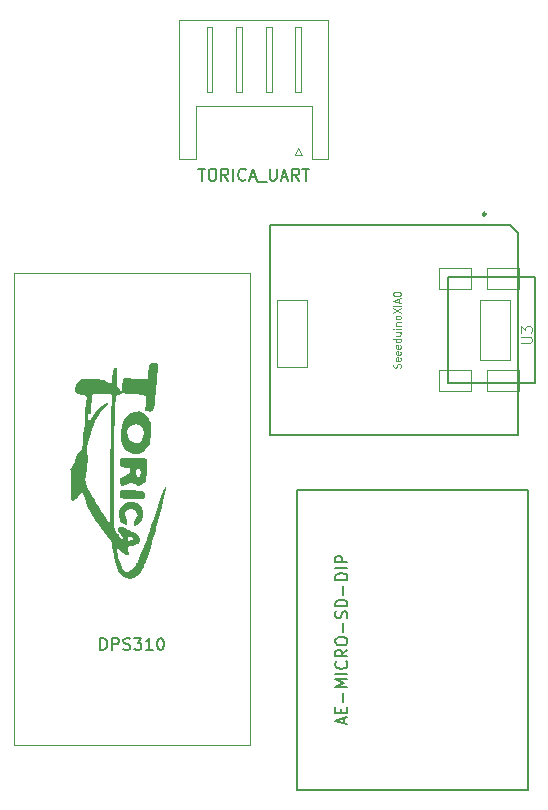
<source format=gbr>
%TF.GenerationSoftware,KiCad,Pcbnew,(6.0.7)*%
%TF.CreationDate,2023-03-01T00:46:33+09:00*%
%TF.ProjectId,Underside,556e6465-7273-4696-9465-2e6b69636164,rev?*%
%TF.SameCoordinates,Original*%
%TF.FileFunction,Legend,Top*%
%TF.FilePolarity,Positive*%
%FSLAX46Y46*%
G04 Gerber Fmt 4.6, Leading zero omitted, Abs format (unit mm)*
G04 Created by KiCad (PCBNEW (6.0.7)) date 2023-03-01 00:46:33*
%MOMM*%
%LPD*%
G01*
G04 APERTURE LIST*
%ADD10C,0.150000*%
%ADD11C,0.101600*%
%ADD12C,0.076200*%
%ADD13C,0.120000*%
%ADD14C,0.200000*%
%ADD15C,0.066040*%
%ADD16C,0.127000*%
%ADD17C,0.254000*%
G04 APERTURE END LIST*
D10*
%TO.C,TORICA-UART1*%
X102829523Y-57932380D02*
X103400952Y-57932380D01*
X103115238Y-58932380D02*
X103115238Y-57932380D01*
X103924761Y-57932380D02*
X104115238Y-57932380D01*
X104210476Y-57980000D01*
X104305714Y-58075238D01*
X104353333Y-58265714D01*
X104353333Y-58599047D01*
X104305714Y-58789523D01*
X104210476Y-58884761D01*
X104115238Y-58932380D01*
X103924761Y-58932380D01*
X103829523Y-58884761D01*
X103734285Y-58789523D01*
X103686666Y-58599047D01*
X103686666Y-58265714D01*
X103734285Y-58075238D01*
X103829523Y-57980000D01*
X103924761Y-57932380D01*
X105353333Y-58932380D02*
X105020000Y-58456190D01*
X104781904Y-58932380D02*
X104781904Y-57932380D01*
X105162857Y-57932380D01*
X105258095Y-57980000D01*
X105305714Y-58027619D01*
X105353333Y-58122857D01*
X105353333Y-58265714D01*
X105305714Y-58360952D01*
X105258095Y-58408571D01*
X105162857Y-58456190D01*
X104781904Y-58456190D01*
X105781904Y-58932380D02*
X105781904Y-57932380D01*
X106829523Y-58837142D02*
X106781904Y-58884761D01*
X106639047Y-58932380D01*
X106543809Y-58932380D01*
X106400952Y-58884761D01*
X106305714Y-58789523D01*
X106258095Y-58694285D01*
X106210476Y-58503809D01*
X106210476Y-58360952D01*
X106258095Y-58170476D01*
X106305714Y-58075238D01*
X106400952Y-57980000D01*
X106543809Y-57932380D01*
X106639047Y-57932380D01*
X106781904Y-57980000D01*
X106829523Y-58027619D01*
X107210476Y-58646666D02*
X107686666Y-58646666D01*
X107115238Y-58932380D02*
X107448571Y-57932380D01*
X107781904Y-58932380D01*
X107877142Y-59027619D02*
X108639047Y-59027619D01*
X108877142Y-57932380D02*
X108877142Y-58741904D01*
X108924761Y-58837142D01*
X108972380Y-58884761D01*
X109067619Y-58932380D01*
X109258095Y-58932380D01*
X109353333Y-58884761D01*
X109400952Y-58837142D01*
X109448571Y-58741904D01*
X109448571Y-57932380D01*
X109877142Y-58646666D02*
X110353333Y-58646666D01*
X109781904Y-58932380D02*
X110115238Y-57932380D01*
X110448571Y-58932380D01*
X111353333Y-58932380D02*
X111020000Y-58456190D01*
X110781904Y-58932380D02*
X110781904Y-57932380D01*
X111162857Y-57932380D01*
X111258095Y-57980000D01*
X111305714Y-58027619D01*
X111353333Y-58122857D01*
X111353333Y-58265714D01*
X111305714Y-58360952D01*
X111258095Y-58408571D01*
X111162857Y-58456190D01*
X110781904Y-58456190D01*
X111639047Y-57932380D02*
X112210476Y-57932380D01*
X111924761Y-58932380D02*
X111924761Y-57932380D01*
%TO.C,J1*%
X115146666Y-104885238D02*
X115146666Y-104409047D01*
X115432380Y-104980476D02*
X114432380Y-104647142D01*
X115432380Y-104313809D01*
X114908571Y-103980476D02*
X114908571Y-103647142D01*
X115432380Y-103504285D02*
X115432380Y-103980476D01*
X114432380Y-103980476D01*
X114432380Y-103504285D01*
X115051428Y-103075714D02*
X115051428Y-102313809D01*
X115432380Y-101837619D02*
X114432380Y-101837619D01*
X115146666Y-101504285D01*
X114432380Y-101170952D01*
X115432380Y-101170952D01*
X115432380Y-100694761D02*
X114432380Y-100694761D01*
X115337142Y-99647142D02*
X115384761Y-99694761D01*
X115432380Y-99837619D01*
X115432380Y-99932857D01*
X115384761Y-100075714D01*
X115289523Y-100170952D01*
X115194285Y-100218571D01*
X115003809Y-100266190D01*
X114860952Y-100266190D01*
X114670476Y-100218571D01*
X114575238Y-100170952D01*
X114480000Y-100075714D01*
X114432380Y-99932857D01*
X114432380Y-99837619D01*
X114480000Y-99694761D01*
X114527619Y-99647142D01*
X115432380Y-98647142D02*
X114956190Y-98980476D01*
X115432380Y-99218571D02*
X114432380Y-99218571D01*
X114432380Y-98837619D01*
X114480000Y-98742380D01*
X114527619Y-98694761D01*
X114622857Y-98647142D01*
X114765714Y-98647142D01*
X114860952Y-98694761D01*
X114908571Y-98742380D01*
X114956190Y-98837619D01*
X114956190Y-99218571D01*
X114432380Y-98028095D02*
X114432380Y-97837619D01*
X114480000Y-97742380D01*
X114575238Y-97647142D01*
X114765714Y-97599523D01*
X115099047Y-97599523D01*
X115289523Y-97647142D01*
X115384761Y-97742380D01*
X115432380Y-97837619D01*
X115432380Y-98028095D01*
X115384761Y-98123333D01*
X115289523Y-98218571D01*
X115099047Y-98266190D01*
X114765714Y-98266190D01*
X114575238Y-98218571D01*
X114480000Y-98123333D01*
X114432380Y-98028095D01*
X115051428Y-97170952D02*
X115051428Y-96409047D01*
X115384761Y-95980476D02*
X115432380Y-95837619D01*
X115432380Y-95599523D01*
X115384761Y-95504285D01*
X115337142Y-95456666D01*
X115241904Y-95409047D01*
X115146666Y-95409047D01*
X115051428Y-95456666D01*
X115003809Y-95504285D01*
X114956190Y-95599523D01*
X114908571Y-95790000D01*
X114860952Y-95885238D01*
X114813333Y-95932857D01*
X114718095Y-95980476D01*
X114622857Y-95980476D01*
X114527619Y-95932857D01*
X114480000Y-95885238D01*
X114432380Y-95790000D01*
X114432380Y-95551904D01*
X114480000Y-95409047D01*
X115432380Y-94980476D02*
X114432380Y-94980476D01*
X114432380Y-94742380D01*
X114480000Y-94599523D01*
X114575238Y-94504285D01*
X114670476Y-94456666D01*
X114860952Y-94409047D01*
X115003809Y-94409047D01*
X115194285Y-94456666D01*
X115289523Y-94504285D01*
X115384761Y-94599523D01*
X115432380Y-94742380D01*
X115432380Y-94980476D01*
X115051428Y-93980476D02*
X115051428Y-93218571D01*
X115432380Y-92742380D02*
X114432380Y-92742380D01*
X114432380Y-92504285D01*
X114480000Y-92361428D01*
X114575238Y-92266190D01*
X114670476Y-92218571D01*
X114860952Y-92170952D01*
X115003809Y-92170952D01*
X115194285Y-92218571D01*
X115289523Y-92266190D01*
X115384761Y-92361428D01*
X115432380Y-92504285D01*
X115432380Y-92742380D01*
X115432380Y-91742380D02*
X114432380Y-91742380D01*
X115432380Y-91266190D02*
X114432380Y-91266190D01*
X114432380Y-90885238D01*
X114480000Y-90790000D01*
X114527619Y-90742380D01*
X114622857Y-90694761D01*
X114765714Y-90694761D01*
X114860952Y-90742380D01*
X114908571Y-90790000D01*
X114956190Y-90885238D01*
X114956190Y-91266190D01*
%TO.C,U1*%
X94533333Y-98662380D02*
X94533333Y-97662380D01*
X94771428Y-97662380D01*
X94914285Y-97710000D01*
X95009523Y-97805238D01*
X95057142Y-97900476D01*
X95104761Y-98090952D01*
X95104761Y-98233809D01*
X95057142Y-98424285D01*
X95009523Y-98519523D01*
X94914285Y-98614761D01*
X94771428Y-98662380D01*
X94533333Y-98662380D01*
X95533333Y-98662380D02*
X95533333Y-97662380D01*
X95914285Y-97662380D01*
X96009523Y-97710000D01*
X96057142Y-97757619D01*
X96104761Y-97852857D01*
X96104761Y-97995714D01*
X96057142Y-98090952D01*
X96009523Y-98138571D01*
X95914285Y-98186190D01*
X95533333Y-98186190D01*
X96485714Y-98614761D02*
X96628571Y-98662380D01*
X96866666Y-98662380D01*
X96961904Y-98614761D01*
X97009523Y-98567142D01*
X97057142Y-98471904D01*
X97057142Y-98376666D01*
X97009523Y-98281428D01*
X96961904Y-98233809D01*
X96866666Y-98186190D01*
X96676190Y-98138571D01*
X96580952Y-98090952D01*
X96533333Y-98043333D01*
X96485714Y-97948095D01*
X96485714Y-97852857D01*
X96533333Y-97757619D01*
X96580952Y-97710000D01*
X96676190Y-97662380D01*
X96914285Y-97662380D01*
X97057142Y-97710000D01*
X97390476Y-97662380D02*
X98009523Y-97662380D01*
X97676190Y-98043333D01*
X97819047Y-98043333D01*
X97914285Y-98090952D01*
X97961904Y-98138571D01*
X98009523Y-98233809D01*
X98009523Y-98471904D01*
X97961904Y-98567142D01*
X97914285Y-98614761D01*
X97819047Y-98662380D01*
X97533333Y-98662380D01*
X97438095Y-98614761D01*
X97390476Y-98567142D01*
X98961904Y-98662380D02*
X98390476Y-98662380D01*
X98676190Y-98662380D02*
X98676190Y-97662380D01*
X98580952Y-97805238D01*
X98485714Y-97900476D01*
X98390476Y-97948095D01*
X99580952Y-97662380D02*
X99676190Y-97662380D01*
X99771428Y-97710000D01*
X99819047Y-97757619D01*
X99866666Y-97852857D01*
X99914285Y-98043333D01*
X99914285Y-98281428D01*
X99866666Y-98471904D01*
X99819047Y-98567142D01*
X99771428Y-98614761D01*
X99676190Y-98662380D01*
X99580952Y-98662380D01*
X99485714Y-98614761D01*
X99438095Y-98567142D01*
X99390476Y-98471904D01*
X99342857Y-98281428D01*
X99342857Y-98043333D01*
X99390476Y-97852857D01*
X99438095Y-97757619D01*
X99485714Y-97710000D01*
X99580952Y-97662380D01*
D11*
%TO.C,U3*%
X130175866Y-72678733D02*
X130895533Y-72678733D01*
X130980200Y-72636400D01*
X131022533Y-72594066D01*
X131064866Y-72509400D01*
X131064866Y-72340066D01*
X131022533Y-72255400D01*
X130980200Y-72213066D01*
X130895533Y-72170733D01*
X130175866Y-72170733D01*
X130175866Y-71832066D02*
X130175866Y-71281733D01*
X130514533Y-71578066D01*
X130514533Y-71451066D01*
X130556866Y-71366400D01*
X130599200Y-71324066D01*
X130683866Y-71281733D01*
X130895533Y-71281733D01*
X130980200Y-71324066D01*
X131022533Y-71366400D01*
X131064866Y-71451066D01*
X131064866Y-71705066D01*
X131022533Y-71789733D01*
X130980200Y-71832066D01*
D12*
X119923942Y-74779071D02*
X119952971Y-74691985D01*
X119952971Y-74546842D01*
X119923942Y-74488785D01*
X119894914Y-74459757D01*
X119836857Y-74430728D01*
X119778800Y-74430728D01*
X119720742Y-74459757D01*
X119691714Y-74488785D01*
X119662685Y-74546842D01*
X119633657Y-74662957D01*
X119604628Y-74721014D01*
X119575600Y-74750042D01*
X119517542Y-74779071D01*
X119459485Y-74779071D01*
X119401428Y-74750042D01*
X119372400Y-74721014D01*
X119343371Y-74662957D01*
X119343371Y-74517814D01*
X119372400Y-74430728D01*
X119923942Y-73937242D02*
X119952971Y-73995300D01*
X119952971Y-74111414D01*
X119923942Y-74169471D01*
X119865885Y-74198500D01*
X119633657Y-74198500D01*
X119575600Y-74169471D01*
X119546571Y-74111414D01*
X119546571Y-73995300D01*
X119575600Y-73937242D01*
X119633657Y-73908214D01*
X119691714Y-73908214D01*
X119749771Y-74198500D01*
X119923942Y-73414728D02*
X119952971Y-73472785D01*
X119952971Y-73588900D01*
X119923942Y-73646957D01*
X119865885Y-73675985D01*
X119633657Y-73675985D01*
X119575600Y-73646957D01*
X119546571Y-73588900D01*
X119546571Y-73472785D01*
X119575600Y-73414728D01*
X119633657Y-73385700D01*
X119691714Y-73385700D01*
X119749771Y-73675985D01*
X119923942Y-72892214D02*
X119952971Y-72950271D01*
X119952971Y-73066385D01*
X119923942Y-73124442D01*
X119865885Y-73153471D01*
X119633657Y-73153471D01*
X119575600Y-73124442D01*
X119546571Y-73066385D01*
X119546571Y-72950271D01*
X119575600Y-72892214D01*
X119633657Y-72863185D01*
X119691714Y-72863185D01*
X119749771Y-73153471D01*
X119952971Y-72340671D02*
X119343371Y-72340671D01*
X119923942Y-72340671D02*
X119952971Y-72398728D01*
X119952971Y-72514842D01*
X119923942Y-72572900D01*
X119894914Y-72601928D01*
X119836857Y-72630957D01*
X119662685Y-72630957D01*
X119604628Y-72601928D01*
X119575600Y-72572900D01*
X119546571Y-72514842D01*
X119546571Y-72398728D01*
X119575600Y-72340671D01*
X119546571Y-71789128D02*
X119952971Y-71789128D01*
X119546571Y-72050385D02*
X119865885Y-72050385D01*
X119923942Y-72021357D01*
X119952971Y-71963300D01*
X119952971Y-71876214D01*
X119923942Y-71818157D01*
X119894914Y-71789128D01*
X119952971Y-71498842D02*
X119546571Y-71498842D01*
X119343371Y-71498842D02*
X119372400Y-71527871D01*
X119401428Y-71498842D01*
X119372400Y-71469814D01*
X119343371Y-71498842D01*
X119401428Y-71498842D01*
X119546571Y-71208557D02*
X119952971Y-71208557D01*
X119604628Y-71208557D02*
X119575600Y-71179528D01*
X119546571Y-71121471D01*
X119546571Y-71034385D01*
X119575600Y-70976328D01*
X119633657Y-70947300D01*
X119952971Y-70947300D01*
X119952971Y-70569928D02*
X119923942Y-70627985D01*
X119894914Y-70657014D01*
X119836857Y-70686042D01*
X119662685Y-70686042D01*
X119604628Y-70657014D01*
X119575600Y-70627985D01*
X119546571Y-70569928D01*
X119546571Y-70482842D01*
X119575600Y-70424785D01*
X119604628Y-70395757D01*
X119662685Y-70366728D01*
X119836857Y-70366728D01*
X119894914Y-70395757D01*
X119923942Y-70424785D01*
X119952971Y-70482842D01*
X119952971Y-70569928D01*
X119343371Y-70163528D02*
X119952971Y-69757128D01*
X119343371Y-69757128D02*
X119952971Y-70163528D01*
X119952971Y-69524900D02*
X119343371Y-69524900D01*
X119778800Y-69263642D02*
X119778800Y-68973357D01*
X119952971Y-69321700D02*
X119343371Y-69118500D01*
X119952971Y-68915300D01*
X119343371Y-68595985D02*
X119343371Y-68479871D01*
X119372400Y-68421814D01*
X119430457Y-68363757D01*
X119546571Y-68334728D01*
X119749771Y-68334728D01*
X119865885Y-68363757D01*
X119923942Y-68421814D01*
X119952971Y-68479871D01*
X119952971Y-68595985D01*
X119923942Y-68654042D01*
X119865885Y-68712100D01*
X119749771Y-68741128D01*
X119546571Y-68741128D01*
X119430457Y-68712100D01*
X119372400Y-68654042D01*
X119343371Y-68595985D01*
D13*
%TO.C,TORICA-UART1*%
X111520000Y-51470000D02*
X111520000Y-45970000D01*
X111520000Y-45970000D02*
X111020000Y-45970000D01*
X108520000Y-51470000D02*
X109020000Y-51470000D01*
X101210000Y-57080000D02*
X102630000Y-57080000D01*
X113830000Y-45360000D02*
X113830000Y-57080000D01*
X113830000Y-57080000D02*
X112410000Y-57080000D01*
X103520000Y-51470000D02*
X104020000Y-51470000D01*
X112410000Y-52580000D02*
X107520000Y-52580000D01*
X102630000Y-57080000D02*
X102630000Y-52580000D01*
X101210000Y-45360000D02*
X101210000Y-57080000D01*
X111570000Y-56770000D02*
X110970000Y-56770000D01*
X104020000Y-51470000D02*
X104020000Y-45970000D01*
X106520000Y-45970000D02*
X106020000Y-45970000D01*
X111020000Y-51470000D02*
X111520000Y-51470000D01*
X110970000Y-56770000D02*
X111270000Y-56170000D01*
X106020000Y-45970000D02*
X106020000Y-51470000D01*
X107520000Y-45360000D02*
X101210000Y-45360000D01*
X102630000Y-52580000D02*
X107520000Y-52580000D01*
X106520000Y-51470000D02*
X106520000Y-45970000D01*
X104020000Y-45970000D02*
X103520000Y-45970000D01*
X107520000Y-45360000D02*
X113830000Y-45360000D01*
X111270000Y-56170000D02*
X111570000Y-56770000D01*
X112410000Y-57080000D02*
X112410000Y-52580000D01*
X108520000Y-45970000D02*
X108520000Y-51470000D01*
X109020000Y-51470000D02*
X109020000Y-45970000D01*
X106020000Y-51470000D02*
X106520000Y-51470000D01*
X111020000Y-45970000D02*
X111020000Y-51470000D01*
X109020000Y-45970000D02*
X108520000Y-45970000D01*
X103520000Y-45970000D02*
X103520000Y-51470000D01*
D14*
%TO.C,J1*%
X130730000Y-85090000D02*
X111170000Y-85090000D01*
X111170000Y-85090000D02*
X111170000Y-110490000D01*
X111170000Y-110490000D02*
X130730000Y-110490000D01*
X130730000Y-110490000D02*
X130730000Y-85090000D01*
D13*
%TO.C,U1*%
X107200000Y-106680000D02*
X87197927Y-106680000D01*
X87197927Y-106680000D02*
X87197927Y-66730000D01*
X87197927Y-66730000D02*
X107200000Y-66730000D01*
X107200000Y-66730000D02*
X107200000Y-106680000D01*
D15*
%TO.C,U3*%
X109517200Y-74731900D02*
X112057200Y-74731900D01*
X123230660Y-68127900D02*
X125900200Y-68127900D01*
X127297200Y-76763900D02*
X129964200Y-76763900D01*
D16*
X129880380Y-63337460D02*
X129209820Y-62666900D01*
D15*
X123230660Y-76763900D02*
X125900200Y-76763900D01*
X126662200Y-74096900D02*
X129202200Y-74096900D01*
X127297200Y-66349900D02*
X129964200Y-66349900D01*
D16*
X108882200Y-80464680D02*
X129880380Y-80464680D01*
X131305320Y-76060320D02*
X123952020Y-76060320D01*
D15*
X127297200Y-74985900D02*
X129964200Y-74985900D01*
X123230660Y-66349900D02*
X123230660Y-68127900D01*
D16*
X108882200Y-62666900D02*
X108882200Y-80464680D01*
D15*
X129964200Y-74985900D02*
X129964200Y-76763900D01*
X129964200Y-66349900D02*
X129964200Y-68127900D01*
X126662200Y-69016900D02*
X126662200Y-74096900D01*
X126662200Y-69016900D02*
X129202200Y-69016900D01*
X109517200Y-69016900D02*
X112057200Y-69016900D01*
X109517200Y-69016900D02*
X109517200Y-74731900D01*
X123230660Y-74985900D02*
X125900200Y-74985900D01*
X127297200Y-66349900D02*
X127297200Y-68127900D01*
X127297200Y-68127900D02*
X129964200Y-68127900D01*
D16*
X131305320Y-67066180D02*
X131305320Y-76060320D01*
D15*
X129202200Y-69016900D02*
X129202200Y-74096900D01*
D16*
X123952020Y-67061100D02*
X131305320Y-67061100D01*
X123952020Y-76060320D02*
X123952020Y-67061100D01*
D15*
X125900200Y-66349900D02*
X125900200Y-68127900D01*
D16*
X129880380Y-80464680D02*
X129880380Y-63337460D01*
D15*
X127297200Y-74985900D02*
X127297200Y-76763900D01*
D16*
X129209820Y-62666900D02*
X108882200Y-62666900D01*
D15*
X123230660Y-74985900D02*
X123230660Y-76763900D01*
X123230660Y-66349900D02*
X125900200Y-66349900D01*
X112057200Y-69016900D02*
X112057200Y-74731900D01*
X125900200Y-74985900D02*
X125900200Y-76763900D01*
D17*
X127170200Y-61777900D02*
G75*
G03*
X127170200Y-61777900I-127000J0D01*
G01*
%TO.C,G\u002A\u002A\u002A*%
G36*
X96821815Y-85136622D02*
G01*
X97127706Y-85146685D01*
X97443435Y-85161682D01*
X97737959Y-85180297D01*
X97980236Y-85201217D01*
X98139225Y-85223129D01*
X98164259Y-85229167D01*
X98250164Y-85302707D01*
X98280408Y-85472294D01*
X98280823Y-85511168D01*
X98274276Y-85684559D01*
X98242023Y-85802731D01*
X98162600Y-85875785D01*
X98014541Y-85913820D01*
X97776380Y-85926933D01*
X97426651Y-85925225D01*
X97401494Y-85924869D01*
X97070391Y-85914640D01*
X96768039Y-85895449D01*
X96532213Y-85870251D01*
X96417169Y-85847855D01*
X96280243Y-85794516D01*
X96217014Y-85714474D01*
X96199384Y-85561506D01*
X96198783Y-85488596D01*
X96214591Y-85299084D01*
X96254308Y-85171010D01*
X96273585Y-85149161D01*
X96363713Y-85136546D01*
X96556804Y-85132804D01*
X96821815Y-85136622D01*
G37*
G36*
X97798028Y-78480597D02*
G01*
X97980579Y-78523488D01*
X98176627Y-78632068D01*
X98193982Y-78643420D01*
X98440325Y-78860545D01*
X98645847Y-79141890D01*
X98656303Y-79160713D01*
X98732328Y-79307190D01*
X98782093Y-79435229D01*
X98809753Y-79576798D01*
X98819465Y-79763869D01*
X98815385Y-80028409D01*
X98805370Y-80307338D01*
X98789558Y-80658830D01*
X98769821Y-80908045D01*
X98739698Y-81087070D01*
X98692728Y-81227998D01*
X98622451Y-81362916D01*
X98578234Y-81435457D01*
X98348527Y-81746288D01*
X98106907Y-81944720D01*
X97824280Y-82051641D01*
X97688902Y-82073984D01*
X97281069Y-82065364D01*
X96933664Y-81941035D01*
X96652788Y-81708210D01*
X96444544Y-81374104D01*
X96315035Y-80945929D01*
X96270364Y-80430900D01*
X96270514Y-80397413D01*
X96279375Y-80221718D01*
X96815940Y-80221718D01*
X96829455Y-80518080D01*
X96866575Y-80640790D01*
X96958841Y-80799141D01*
X97100639Y-80966085D01*
X97118559Y-80983313D01*
X97273712Y-81099752D01*
X97441626Y-81142947D01*
X97607665Y-81141085D01*
X97814116Y-81111994D01*
X97948216Y-81035680D01*
X98061236Y-80893793D01*
X98179871Y-80613496D01*
X98214968Y-80287009D01*
X98161570Y-79977163D01*
X98138150Y-79918992D01*
X98026144Y-79777031D01*
X97854104Y-79653157D01*
X97832619Y-79642400D01*
X97550007Y-79570454D01*
X97287446Y-79612656D01*
X97064523Y-79748763D01*
X96900825Y-79958531D01*
X96815940Y-80221718D01*
X96279375Y-80221718D01*
X96285668Y-80096939D01*
X96320619Y-79797666D01*
X96361543Y-79590959D01*
X96526299Y-79190671D01*
X96775793Y-78863016D01*
X97090157Y-78626369D01*
X97449521Y-78499109D01*
X97550007Y-78486339D01*
X97556711Y-78485487D01*
X97798028Y-78480597D01*
G37*
G36*
X98260797Y-82462539D02*
G01*
X98381753Y-82490786D01*
X98451091Y-82528235D01*
X98488194Y-82575709D01*
X98510675Y-82695957D01*
X98516197Y-82915049D01*
X98507335Y-83198865D01*
X98486666Y-83513282D01*
X98456763Y-83824182D01*
X98420202Y-84097443D01*
X98379557Y-84298945D01*
X98352418Y-84374814D01*
X98204781Y-84559236D01*
X98001492Y-84707044D01*
X97796195Y-84781429D01*
X97755700Y-84784286D01*
X97592875Y-84738757D01*
X97420747Y-84627296D01*
X97400457Y-84608775D01*
X97217263Y-84433264D01*
X96859214Y-84604943D01*
X96580902Y-84732901D01*
X96399389Y-84793249D01*
X96292671Y-84781208D01*
X96238747Y-84691999D01*
X96215614Y-84520841D01*
X96212045Y-84464354D01*
X96207746Y-84249962D01*
X96232498Y-84133610D01*
X96295309Y-84080453D01*
X96312838Y-84074455D01*
X96445318Y-84023431D01*
X96636891Y-83937579D01*
X96719550Y-83897880D01*
X96894730Y-83801383D01*
X96978441Y-83708716D01*
X96998005Y-83604603D01*
X97549017Y-83604603D01*
X97572615Y-83798405D01*
X97643808Y-83956128D01*
X97695802Y-84004691D01*
X97819664Y-84030182D01*
X97902111Y-83929974D01*
X97941513Y-83706735D01*
X97944844Y-83597160D01*
X97919630Y-83380393D01*
X97838568Y-83283172D01*
X97696592Y-83300615D01*
X97656639Y-83319378D01*
X97576022Y-83427376D01*
X97549017Y-83604603D01*
X96998005Y-83604603D01*
X97003858Y-83573454D01*
X97005132Y-83498228D01*
X97005132Y-83238783D01*
X96682593Y-83238783D01*
X96474977Y-83222886D01*
X96319192Y-83182631D01*
X96279418Y-83158148D01*
X96230402Y-83045062D01*
X96204667Y-82860901D01*
X96202803Y-82656927D01*
X96225398Y-82484402D01*
X96270655Y-82395946D01*
X96359716Y-82383616D01*
X96557973Y-82378872D01*
X96840450Y-82381617D01*
X97182170Y-82391754D01*
X97381429Y-82400217D01*
X97781314Y-82420533D01*
X97838568Y-82424470D01*
X98067544Y-82440215D01*
X98260797Y-82462539D01*
G37*
G36*
X97363698Y-86110126D02*
G01*
X97660086Y-86210090D01*
X97891482Y-86407458D01*
X98050165Y-86678055D01*
X98128412Y-86997709D01*
X98118501Y-87342244D01*
X98012710Y-87687486D01*
X97920734Y-87853915D01*
X97790322Y-88002478D01*
X97630083Y-88118127D01*
X97479870Y-88178212D01*
X97380422Y-88160986D01*
X97335335Y-88033370D01*
X97351888Y-87842821D01*
X97420197Y-87640187D01*
X97509019Y-87499367D01*
X97617692Y-87359918D01*
X97674577Y-87261391D01*
X97677008Y-87249312D01*
X97636280Y-87119826D01*
X97539692Y-86958465D01*
X97426052Y-86828742D01*
X97414130Y-86819095D01*
X97229579Y-86745041D01*
X97004996Y-86740875D01*
X96802406Y-86802231D01*
X96717685Y-86868122D01*
X96626783Y-87047689D01*
X96607801Y-87252866D01*
X96662161Y-87426205D01*
X96702752Y-87472116D01*
X96772977Y-87599850D01*
X96801503Y-87790689D01*
X96782886Y-87978332D01*
X96750694Y-88055970D01*
X96658423Y-88095536D01*
X96517569Y-88050084D01*
X96362169Y-87940588D01*
X96226264Y-87788022D01*
X96176164Y-87701946D01*
X96084245Y-87365837D01*
X96096028Y-86991405D01*
X96158911Y-86752506D01*
X96336449Y-86445616D01*
X96603723Y-86230053D01*
X96944525Y-86114460D01*
X97342647Y-86107479D01*
X97363698Y-86110126D01*
G37*
G36*
X97240318Y-88650435D02*
G01*
X97538168Y-88799630D01*
X97727574Y-88933444D01*
X97829875Y-89071382D01*
X97865670Y-89222076D01*
X97857561Y-89489788D01*
X97785703Y-89646916D01*
X97676528Y-89689577D01*
X97551768Y-89718572D01*
X97512714Y-89750925D01*
X97427116Y-89801063D01*
X97263568Y-89847226D01*
X97221792Y-89855019D01*
X96981892Y-89906305D01*
X96858435Y-89970665D01*
X96833641Y-90067956D01*
X96889734Y-90218035D01*
X96892253Y-90223104D01*
X96963920Y-90436980D01*
X96940768Y-90573509D01*
X96841124Y-90627861D01*
X96683313Y-90595209D01*
X96485661Y-90470727D01*
X96366773Y-90361534D01*
X96160955Y-90172936D01*
X96022418Y-90096512D01*
X95952961Y-90132487D01*
X95954387Y-90281083D01*
X95960399Y-90311137D01*
X96002910Y-90530657D01*
X96043518Y-90774197D01*
X96046910Y-90796921D01*
X96116732Y-91091970D01*
X96234764Y-91423158D01*
X96377298Y-91731190D01*
X96500314Y-91930929D01*
X96636614Y-92055564D01*
X96779517Y-92108601D01*
X96781944Y-92108624D01*
X96906143Y-92061980D01*
X97076340Y-91943130D01*
X97258420Y-91783694D01*
X97418270Y-91615295D01*
X97521776Y-91469554D01*
X97542699Y-91403453D01*
X97578862Y-91313785D01*
X97609894Y-91302275D01*
X97673975Y-91250228D01*
X97677090Y-91227887D01*
X97703728Y-91133797D01*
X97773901Y-90955434D01*
X97872996Y-90729686D01*
X97883381Y-90707120D01*
X97994475Y-90466652D01*
X98090136Y-90259447D01*
X98150248Y-90129078D01*
X98151503Y-90126349D01*
X98218830Y-89962229D01*
X98317928Y-89697866D01*
X98439119Y-89360858D01*
X98572726Y-88978804D01*
X98709073Y-88579301D01*
X98838480Y-88189947D01*
X98929061Y-87908889D01*
X99028007Y-87603377D01*
X99118242Y-87337385D01*
X99189010Y-87141863D01*
X99226436Y-87053054D01*
X99281700Y-86883950D01*
X99289789Y-86805036D01*
X99314964Y-86679771D01*
X99345501Y-86639266D01*
X99389406Y-86559885D01*
X99446101Y-86389447D01*
X99491170Y-86215327D01*
X99547121Y-85994508D01*
X99598985Y-85825428D01*
X99627780Y-85758624D01*
X99676002Y-85648643D01*
X99722477Y-85489841D01*
X99792213Y-85259418D01*
X99876988Y-85064757D01*
X99963152Y-84924890D01*
X100037056Y-84858853D01*
X100085051Y-84885679D01*
X100095924Y-84969074D01*
X100078578Y-85099079D01*
X100029339Y-85342938D01*
X99952039Y-85684950D01*
X99850509Y-86109412D01*
X99728580Y-86600621D01*
X99590085Y-87142877D01*
X99438853Y-87720476D01*
X99280250Y-88312063D01*
X99204274Y-88593069D01*
X99131489Y-88863860D01*
X99081528Y-89051217D01*
X98940015Y-89563629D01*
X98790279Y-90066361D01*
X98641268Y-90531875D01*
X98501931Y-90932634D01*
X98381215Y-91241099D01*
X98340517Y-91331695D01*
X98262971Y-91508678D01*
X98218660Y-91636840D01*
X98214656Y-91661568D01*
X98176751Y-91745229D01*
X98077696Y-91899968D01*
X97948342Y-92079566D01*
X97662116Y-92394970D01*
X97371563Y-92579954D01*
X97063975Y-92638229D01*
X96726642Y-92573505D01*
X96534762Y-92492230D01*
X96338997Y-92368711D01*
X96172555Y-92196894D01*
X96029236Y-91961986D01*
X95902836Y-91649196D01*
X95787155Y-91243730D01*
X95675990Y-90730798D01*
X95585128Y-90227143D01*
X95542605Y-89962373D01*
X95510071Y-89734236D01*
X95493962Y-89588214D01*
X95493490Y-89579599D01*
X95448686Y-89441843D01*
X95343197Y-89263256D01*
X95288625Y-89190611D01*
X95121976Y-88983061D01*
X94935468Y-88748553D01*
X94867313Y-88662229D01*
X94720738Y-88476788D01*
X94594775Y-88318726D01*
X94548133Y-88260898D01*
X94470983Y-88139524D01*
X94451693Y-88076110D01*
X94410880Y-88011399D01*
X94398985Y-88009682D01*
X94331726Y-87957798D01*
X94241197Y-87832202D01*
X94236828Y-87824894D01*
X94111538Y-87638155D01*
X93970356Y-87457425D01*
X93802440Y-87217444D01*
X93619520Y-86882332D01*
X93437342Y-86487786D01*
X93271657Y-86069501D01*
X93138211Y-85663173D01*
X93080051Y-85439444D01*
X93032628Y-85298028D01*
X92969226Y-85271079D01*
X92873104Y-85360802D01*
X92788460Y-85477861D01*
X92631346Y-85681133D01*
X92452583Y-85876763D01*
X92438112Y-85890820D01*
X92302027Y-86007758D01*
X92212285Y-86036051D01*
X92129987Y-85990944D01*
X92089777Y-85941611D01*
X92061516Y-85857908D01*
X92043760Y-85720091D01*
X92035066Y-85508418D01*
X92033991Y-85203144D01*
X92039091Y-84784528D01*
X92039578Y-84754377D01*
X92042896Y-84365079D01*
X92041339Y-84160390D01*
X93247514Y-84160390D01*
X93261470Y-84241148D01*
X93300983Y-84398894D01*
X93340800Y-84551635D01*
X93414348Y-84787067D01*
X93513428Y-85043416D01*
X93623353Y-85289446D01*
X93729433Y-85493923D01*
X93816981Y-85625609D01*
X93860969Y-85657831D01*
X93912279Y-85709733D01*
X93914127Y-85728061D01*
X93949639Y-85812018D01*
X94044582Y-85976847D01*
X94181571Y-86193148D01*
X94250106Y-86296190D01*
X94399188Y-86520433D01*
X94514323Y-86699919D01*
X94578432Y-86807726D01*
X94586085Y-86825789D01*
X94621586Y-86901532D01*
X94714185Y-87052304D01*
X94843022Y-87247846D01*
X94987239Y-87457899D01*
X95125977Y-87652206D01*
X95238377Y-87800507D01*
X95303580Y-87872544D01*
X95309469Y-87875153D01*
X95318320Y-87809818D01*
X95327134Y-87621401D01*
X95335737Y-87321211D01*
X95343960Y-86920558D01*
X95351629Y-86430752D01*
X95358574Y-85863103D01*
X95364622Y-85228919D01*
X95369601Y-84539510D01*
X95373341Y-83806186D01*
X95374042Y-83622844D01*
X95377836Y-82839415D01*
X95383462Y-82065151D01*
X95390688Y-81315777D01*
X95399280Y-80607020D01*
X95409005Y-79954605D01*
X95419628Y-79374257D01*
X95430917Y-78881703D01*
X95442638Y-78492669D01*
X95454117Y-78230521D01*
X95472462Y-77851460D01*
X95482441Y-77519186D01*
X95483849Y-77256876D01*
X95476478Y-77087713D01*
X95464767Y-77035591D01*
X95377600Y-77012572D01*
X95190467Y-76995732D01*
X94937661Y-76985341D01*
X94653478Y-76981672D01*
X94372212Y-76984995D01*
X94128159Y-76995581D01*
X93955612Y-77013703D01*
X93913668Y-77023320D01*
X93859119Y-77049564D01*
X93821670Y-77102430D01*
X93798048Y-77204236D01*
X93784984Y-77377301D01*
X93779204Y-77643944D01*
X93777599Y-77951644D01*
X93774925Y-78310913D01*
X93767649Y-78552353D01*
X93753822Y-78692501D01*
X93731496Y-78747893D01*
X93698723Y-78735066D01*
X93686960Y-78720912D01*
X93600589Y-78646076D01*
X93554705Y-78648117D01*
X93522255Y-78745442D01*
X93511788Y-78910595D01*
X93521835Y-79085132D01*
X93550927Y-79210608D01*
X93569463Y-79235267D01*
X93631049Y-79201169D01*
X93736666Y-79077109D01*
X93863635Y-78889791D01*
X93865698Y-78886455D01*
X94089703Y-78571138D01*
X94350918Y-78278367D01*
X94625430Y-78028750D01*
X94889327Y-77842897D01*
X95118694Y-77741419D01*
X95208984Y-77728730D01*
X95215361Y-77767639D01*
X95137964Y-77865481D01*
X95088229Y-77914262D01*
X94844313Y-78168232D01*
X94603335Y-78464528D01*
X94410961Y-78746035D01*
X94379388Y-78800869D01*
X94267174Y-78994893D01*
X94169072Y-79152712D01*
X94075425Y-79337527D01*
X93962911Y-79623761D01*
X93840289Y-79981314D01*
X93716316Y-80380082D01*
X93599751Y-80789964D01*
X93499353Y-81180859D01*
X93423880Y-81522665D01*
X93382089Y-81785279D01*
X93376561Y-81876536D01*
X93399672Y-82041902D01*
X93447500Y-82140515D01*
X93473716Y-82225950D01*
X93477437Y-82414116D01*
X93458355Y-82714889D01*
X93416272Y-83137122D01*
X93376754Y-83475322D01*
X93338940Y-83763484D01*
X93306464Y-83976297D01*
X93282964Y-84088453D01*
X93278137Y-84098758D01*
X93254582Y-84123849D01*
X93247514Y-84160390D01*
X92041339Y-84160390D01*
X92040226Y-84014116D01*
X92032204Y-83727237D01*
X92019466Y-83530190D01*
X92007576Y-83457933D01*
X91999400Y-83318282D01*
X92093204Y-83182053D01*
X92120804Y-83155552D01*
X92240046Y-83000520D01*
X92354657Y-82781536D01*
X92397132Y-82672469D01*
X92591109Y-82204249D01*
X92814647Y-81849204D01*
X92858394Y-81797423D01*
X92924972Y-81713560D01*
X92972482Y-81619607D01*
X93005545Y-81490231D01*
X93028783Y-81300098D01*
X93046818Y-81023878D01*
X93062510Y-80678612D01*
X93081800Y-80368633D01*
X93110227Y-80097598D01*
X93143449Y-79900854D01*
X93167221Y-79826284D01*
X93198419Y-79699945D01*
X93222764Y-79465043D01*
X93238307Y-79147317D01*
X93243147Y-78825079D01*
X93253933Y-78323470D01*
X93285346Y-77948832D01*
X93337899Y-77695256D01*
X93342726Y-77680901D01*
X93409533Y-77411270D01*
X93382497Y-77230832D01*
X93253760Y-77125497D01*
X93015466Y-77081174D01*
X93008070Y-77080728D01*
X92720863Y-77022022D01*
X92505177Y-76894346D01*
X92385186Y-76715473D01*
X92368625Y-76610566D01*
X92425660Y-76347178D01*
X92577054Y-76082086D01*
X92793243Y-75865581D01*
X92816163Y-75849308D01*
X92945295Y-75771525D01*
X93079804Y-75723852D01*
X93256809Y-75699449D01*
X93513426Y-75691476D01*
X93672739Y-75691462D01*
X94049246Y-75713224D01*
X94437211Y-75769611D01*
X94653478Y-75818888D01*
X94800183Y-75852315D01*
X95101711Y-75953028D01*
X95305344Y-76063445D01*
X95305496Y-76063565D01*
X95417796Y-76099590D01*
X95494815Y-76015628D01*
X95526531Y-75823687D01*
X95526826Y-75798390D01*
X95538749Y-75597294D01*
X95569514Y-75332538D01*
X95599571Y-75138140D01*
X95644152Y-74910642D01*
X95686704Y-74789708D01*
X95741798Y-74748541D01*
X95807473Y-74755749D01*
X95866057Y-74779591D01*
X95903548Y-74830515D01*
X95923405Y-74932756D01*
X95929082Y-75110547D01*
X95924036Y-75388123D01*
X95919516Y-75541388D01*
X95910819Y-75869624D01*
X95912056Y-76093697D01*
X95928140Y-76243746D01*
X95963987Y-76349906D01*
X96024510Y-76442313D01*
X96076853Y-76506238D01*
X96205445Y-76640349D01*
X96307867Y-76715176D01*
X96328837Y-76720793D01*
X96368751Y-76657433D01*
X96394023Y-76481757D01*
X96401400Y-76267222D01*
X96410069Y-76022584D01*
X96431734Y-75825494D01*
X96460030Y-75722750D01*
X96502673Y-75688273D01*
X96590544Y-75669066D01*
X96743689Y-75665013D01*
X96982152Y-75675998D01*
X97325979Y-75701904D01*
X97500969Y-75716717D01*
X97850885Y-75743807D01*
X98152085Y-75761243D01*
X98379797Y-75768047D01*
X98509246Y-75763241D01*
X98528577Y-75757314D01*
X98552511Y-75673875D01*
X98577261Y-75490846D01*
X98598476Y-75242926D01*
X98603640Y-75158584D01*
X98627696Y-74821515D01*
X98663964Y-74596502D01*
X98725324Y-74461213D01*
X98824657Y-74393314D01*
X98974845Y-74370472D01*
X99059076Y-74368942D01*
X99284219Y-74390633D01*
X99392908Y-74453620D01*
X99397102Y-74462495D01*
X99401502Y-74554436D01*
X99393707Y-74759332D01*
X99375085Y-75056432D01*
X99347003Y-75424987D01*
X99310830Y-75844244D01*
X99294090Y-76024797D01*
X99250434Y-76487657D01*
X99208445Y-76935165D01*
X99170720Y-77339480D01*
X99139853Y-77672760D01*
X99118441Y-77907163D01*
X99114819Y-77947622D01*
X99079840Y-78225251D01*
X99020615Y-78392111D01*
X98914821Y-78471815D01*
X98740134Y-78487972D01*
X98612501Y-78478892D01*
X98335653Y-78452490D01*
X98382979Y-77791274D01*
X98404060Y-77528819D01*
X98411917Y-77339557D01*
X98388602Y-77210665D01*
X98316166Y-77129316D01*
X98176660Y-77082687D01*
X97952137Y-77057951D01*
X97624648Y-77042284D01*
X97316888Y-77029504D01*
X96985760Y-77008624D01*
X96707363Y-76979657D01*
X96510118Y-76946218D01*
X96426544Y-76916219D01*
X96351512Y-76877511D01*
X96333175Y-76947751D01*
X96291008Y-77026605D01*
X96148555Y-77055872D01*
X96101034Y-77056772D01*
X95941330Y-77070634D01*
X95867793Y-77138315D01*
X95836448Y-77275159D01*
X95813284Y-77496838D01*
X95791213Y-77834261D01*
X95770373Y-78273863D01*
X95750902Y-78802079D01*
X95732938Y-79405346D01*
X95716618Y-80070099D01*
X95702081Y-80782773D01*
X95689463Y-81529805D01*
X95678903Y-82297631D01*
X95670538Y-83072685D01*
X95664507Y-83841405D01*
X95660946Y-84590225D01*
X95659993Y-85305582D01*
X95661786Y-85973911D01*
X95666464Y-86581647D01*
X95674163Y-87115228D01*
X95685021Y-87561088D01*
X95699176Y-87905663D01*
X95716766Y-88135390D01*
X95725569Y-88196273D01*
X95797857Y-88470096D01*
X95895036Y-88695544D01*
X96001405Y-88842471D01*
X96083319Y-88883227D01*
X96121451Y-88911604D01*
X96111174Y-88926039D01*
X96114150Y-89003738D01*
X96181116Y-89125155D01*
X96277502Y-89244393D01*
X96368740Y-89315557D01*
X96405509Y-89316824D01*
X96438998Y-89264003D01*
X96870741Y-89264003D01*
X96909927Y-89392731D01*
X96992289Y-89420793D01*
X97144437Y-89382189D01*
X97237863Y-89330104D01*
X97310874Y-89264440D01*
X97291172Y-89212548D01*
X97164257Y-89140832D01*
X97153948Y-89135680D01*
X96985070Y-89068589D01*
X96899191Y-89092969D01*
X96871492Y-89220066D01*
X96870741Y-89264003D01*
X96438998Y-89264003D01*
X96471793Y-89212278D01*
X96437178Y-89071742D01*
X96314823Y-88930307D01*
X96241613Y-88879771D01*
X96079306Y-88752841D01*
X96030095Y-88620374D01*
X96031450Y-88596455D01*
X96048494Y-88418263D01*
X96055816Y-88328862D01*
X96106511Y-88234428D01*
X96243551Y-88223204D01*
X96474092Y-88295690D01*
X96639779Y-88369719D01*
X96891325Y-88488645D01*
X96985070Y-88532283D01*
X97145296Y-88606868D01*
X97240318Y-88650435D01*
G37*
%TD*%
M02*

</source>
